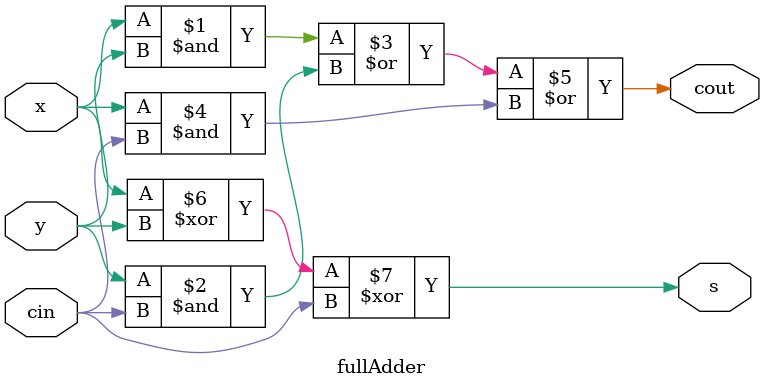
<source format=v>
module fullAdder(cin,x,y,cout,s);
input cin,x,y;
output cout,s;
assign cout = (x&y)|(y&cin)|(x&cin);
assign s = x^y^cin;
endmodule
</source>
